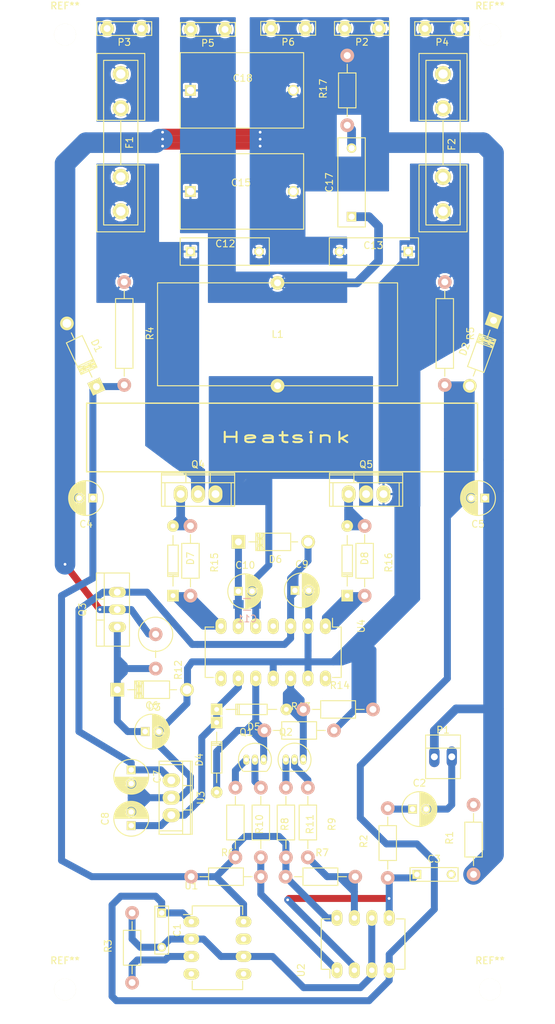
<source format=kicad_pcb>
(kicad_pcb (version 4) (host pcbnew 4.0.2-stable)
  (layers (0 F.Cu signal) (31 B.Cu signal) (34 B.Paste user) (35 F.Paste user) (36 B.SilkS user) (37 F.SilkS user) (38 B.Mask user) (39 F.Mask user) (44 Edge.Cuts user))
  (net 0 "")
  (net 1 -5V)
  (net 2 triangle)
  (net 3 "Net-(C2-Pad1)")
  (net 4 "Net-(C2-Pad2)")
  (net 5 "Net-(C3-Pad1)")
  (net 6 GND)
  (net 7 +5V)
  (net 8 "Net-(C6-Pad1)")
  (net 9 -30V)
  (net 10 +12V)
  (net 11 +5V_2)
  (net 12 "Net-(C10-Pad1)")
  (net 13 "Net-(C10-Pad2)")
  (net 14 +30V)
  (net 15 "Net-(C15-Pad1)")
  (net 16 "Net-(C17-Pad2)")
  (net 17 "Net-(D4-Pad2)")
  (net 18 "Net-(D5-Pad2)")
  (net 19 "Net-(D7-Pad2)")
  (net 20 "Net-(D7-Pad1)")
  (net 21 "Net-(D8-Pad2)")
  (net 22 "Net-(D8-Pad1)")
  (net 23 "Net-(F1-Pad1)")
  (net 24 "Net-(F2-Pad1)")
  (net 25 "Net-(Q1-Pad2)")
  (net 26 "Net-(Q2-Pad2)")
  (net 27 "Net-(Q2-Pad1)")
  (net 28 "Net-(R3-Pad1)")
  (net 29 "Net-(R6-Pad2)")
  (net 30 "Net-(R7-Pad2)")
  (net 31 "Net-(U1-Pad4)")
  (net 32 "Net-(U1-Pad5)")
  (net 33 "Net-(U1-Pad7)")
  (net 34 "Net-(Q1-Pad1)")
  (module TO_SOT_Packages_THT:TO-92_Inline_Narrow_Oval (layer F.Cu) (at 112.27308 125.51664)
    (fp_text reference Q1 (at 0 -4) (layer F.SilkS))
    (fp_text value 2N5401)
    (pad 2 thru_hole oval (at 1.27 0 180) (size 0.89916 1.50114) (drill 0.6) (layers *.Cu *.Mask F.SilkS) (net 25 "Net-(Q1-Pad2)"))
    (pad 3 thru_hole oval (at 2.54 0 180) (size 0.89916 1.50114) (drill 0.6) (layers *.Cu *.Mask F.SilkS) (net 17 "Net-(D4-Pad2)"))
    (pad 1 thru_hole oval (at 0 0 180) (size 0.89916 1.50114) (drill 0.6) (layers *.Cu *.Mask F.SilkS) (net 34 "Net-(Q1-Pad1)"))
  )
  (module .pretty:Inductor_T106-2 (layer F.Cu) (at 116.84 63.5)
    (fp_text reference L1 (at 0 0) (layer F.SilkS))
    (fp_text value 22uH)
    (pad 1 thru_hole circle (at 0 7.5) (size 2 2) (drill 1) (layers *.Cu *.Mask F.SilkS) (net 13 "Net-(C10-Pad2)"))
    (pad 2 thru_hole circle (at 0 -7.5) (size 2 2) (drill 1) (layers *.Cu *.Mask F.SilkS) (net 15 "Net-(C15-Pad1)"))
  )
  (module Resistors_ThroughHole:Resistor_Horizontal_RM10mm (layer F.Cu) (at 132.9055 142.748 90)
    (fp_text reference R2 (at 5.32892 -3.50012 90) (layer F.SilkS))
    (fp_text value 2k2)
    (pad 1 thru_hole circle (at 0 0 90) (size 1.99898 1.99898) (drill 1.00076) (layers *.Cu *.SilkS *.Mask) (net 5 "Net-(C3-Pad1)"))
    (pad 2 thru_hole circle (at 10.16 0 90) (size 1.99898 1.99898) (drill 1.00076) (layers *.Cu *.SilkS *.Mask) (net 3 "Net-(C2-Pad1)"))
  )
  (module Housings_DIP:DIP-14_W7.62mm_LongPads (layer F.Cu) (at 123.825 106.045 270)
    (fp_text reference U4 (at 0 -5.22 270) (layer F.SilkS))
    (fp_text value IR2110)
    (pad 1 thru_hole oval (at 0 0 270) (size 2.3 1.6) (drill 0.8) (layers *.Cu *.Mask F.SilkS) (net 22 "Net-(D8-Pad1)"))
    (pad 2 thru_hole oval (at 0 2.54 270) (size 2.3 1.6) (drill 0.8) (layers *.Cu *.Mask F.SilkS) (net 9 -30V))
    (pad 3 thru_hole oval (at 0 5.08 270) (size 2.3 1.6) (drill 0.8) (layers *.Cu *.Mask F.SilkS) (net 10 +12V))
    (pad 4 thru_hole oval (at 0 7.62 270) (size 2.3 1.6) (drill 0.8) (layers *.Cu *.Mask F.SilkS))
    (pad 5 thru_hole oval (at 0 10.16 270) (size 2.3 1.6) (drill 0.8) (layers *.Cu *.Mask F.SilkS) (net 13 "Net-(C10-Pad2)"))
    (pad 6 thru_hole oval (at 0 12.7 270) (size 2.3 1.6) (drill 0.8) (layers *.Cu *.Mask F.SilkS) (net 12 "Net-(C10-Pad1)"))
    (pad 7 thru_hole oval (at 0 15.24 270) (size 2.3 1.6) (drill 0.8) (layers *.Cu *.Mask F.SilkS) (net 20 "Net-(D7-Pad1)"))
    (pad 8 thru_hole oval (at 7.62 15.24 270) (size 2.3 1.6) (drill 0.8) (layers *.Cu *.Mask F.SilkS))
    (pad 9 thru_hole oval (at 7.62 12.7 270) (size 2.3 1.6) (drill 0.8) (layers *.Cu *.Mask F.SilkS) (net 11 +5V_2))
    (pad 10 thru_hole oval (at 7.62 10.16 270) (size 2.3 1.6) (drill 0.8) (layers *.Cu *.Mask F.SilkS) (net 17 "Net-(D4-Pad2)"))
    (pad 11 thru_hole oval (at 7.62 7.62 270) (size 2.3 1.6) (drill 0.8) (layers *.Cu *.Mask F.SilkS) (net 9 -30V))
    (pad 12 thru_hole oval (at 7.62 5.08 270) (size 2.3 1.6) (drill 0.8) (layers *.Cu *.Mask F.SilkS) (net 18 "Net-(D5-Pad2)"))
    (pad 13 thru_hole oval (at 7.62 2.54 270) (size 2.3 1.6) (drill 0.8) (layers *.Cu *.Mask F.SilkS) (net 9 -30V))
    (pad 14 thru_hole oval (at 7.62 0 270) (size 2.3 1.6) (drill 0.8) (layers *.Cu *.Mask F.SilkS))
  )
  (module Power_Integrations:TO-220 (layer F.Cu) (at 101.346 131.064 270)
    (fp_text reference U3 (at 0 -4.318 270) (layer F.SilkS))
    (fp_text value LM7805CT)
    (pad 2 thru_hole oval (at 0 0 270) (size 2.032 2.54) (drill 1.143) (layers *.Cu *.Mask F.SilkS) (net 9 -30V))
    (pad 3 thru_hole oval (at 2.54 0 270) (size 2.032 2.54) (drill 1.143) (layers *.Cu *.Mask F.SilkS) (net 11 +5V_2))
    (pad 1 thru_hole oval (at -2.54 0 270) (size 2.032 2.54) (drill 1.143) (layers *.Cu *.Mask F.SilkS) (net 10 +12V))
  )
  (module Housings_DIP:DIP-8_W7.62mm_LongPads (layer F.Cu) (at 125.5014 156.21 90)
    (fp_text reference U2 (at 0 -5.22 90) (layer F.SilkS))
    (fp_text value LM393)
    (pad 1 thru_hole oval (at 0 0 90) (size 2.3 1.6) (drill 0.8) (layers *.Cu *.Mask F.SilkS) (net 29 "Net-(R6-Pad2)"))
    (pad 2 thru_hole oval (at 0 2.54 90) (size 2.3 1.6) (drill 0.8) (layers *.Cu *.Mask F.SilkS) (net 5 "Net-(C3-Pad1)"))
    (pad 3 thru_hole oval (at 0 5.08 90) (size 2.3 1.6) (drill 0.8) (layers *.Cu *.Mask F.SilkS) (net 2 triangle))
    (pad 4 thru_hole oval (at 0 7.62 90) (size 2.3 1.6) (drill 0.8) (layers *.Cu *.Mask F.SilkS) (net 1 -5V))
    (pad 5 thru_hole oval (at 7.62 7.62 90) (size 2.3 1.6) (drill 0.8) (layers *.Cu *.Mask F.SilkS) (net 5 "Net-(C3-Pad1)"))
    (pad 6 thru_hole oval (at 7.62 5.08 90) (size 2.3 1.6) (drill 0.8) (layers *.Cu *.Mask F.SilkS) (net 2 triangle))
    (pad 7 thru_hole oval (at 7.62 2.54 90) (size 2.3 1.6) (drill 0.8) (layers *.Cu *.Mask F.SilkS) (net 30 "Net-(R7-Pad2)"))
    (pad 8 thru_hole oval (at 7.62 0 90) (size 2.3 1.6) (drill 0.8) (layers *.Cu *.Mask F.SilkS) (net 7 +5V))
  )
  (module Housings_DIP:DIP-8_W7.62mm_LongPads (layer F.Cu) (at 104.267 149.1234)
    (fp_text reference U1 (at 0 -5.22) (layer F.SilkS))
    (fp_text value LM555CN)
    (pad 1 thru_hole oval (at 0 0) (size 2.3 1.6) (drill 0.8) (layers *.Cu *.Mask F.SilkS) (net 1 -5V))
    (pad 2 thru_hole oval (at 0 2.54) (size 2.3 1.6) (drill 0.8) (layers *.Cu *.Mask F.SilkS) (net 2 triangle))
    (pad 3 thru_hole oval (at 0 5.08) (size 2.3 1.6) (drill 0.8) (layers *.Cu *.Mask F.SilkS) (net 28 "Net-(R3-Pad1)"))
    (pad 4 thru_hole oval (at 0 7.62) (size 2.3 1.6) (drill 0.8) (layers *.Cu *.Mask F.SilkS) (net 31 "Net-(U1-Pad4)"))
    (pad 5 thru_hole oval (at 7.62 7.62) (size 2.3 1.6) (drill 0.8) (layers *.Cu *.Mask F.SilkS) (net 32 "Net-(U1-Pad5)"))
    (pad 6 thru_hole oval (at 7.62 5.08) (size 2.3 1.6) (drill 0.8) (layers *.Cu *.Mask F.SilkS) (net 2 triangle))
    (pad 7 thru_hole oval (at 7.62 2.54) (size 2.3 1.6) (drill 0.8) (layers *.Cu *.Mask F.SilkS) (net 33 "Net-(U1-Pad7)"))
    (pad 8 thru_hole oval (at 7.62 0) (size 2.3 1.6) (drill 0.8) (layers *.Cu *.Mask F.SilkS) (net 7 +5V))
  )
  (module Resistors_ThroughHole:Resistor_Horizontal_RM10mm (layer F.Cu) (at 127 33.02 90)
    (fp_text reference R17 (at 5.32892 -3.50012 90) (layer F.SilkS))
    (fp_text value 10)
    (pad 1 thru_hole circle (at 0 0 90) (size 1.99898 1.99898) (drill 1.00076) (layers *.Cu *.SilkS *.Mask) (net 16 "Net-(C17-Pad2)"))
    (pad 2 thru_hole circle (at 10.16 0 90) (size 1.99898 1.99898) (drill 1.00076) (layers *.Cu *.SilkS *.Mask) (net 6 GND))
  )
  (module Resistors_ThroughHole:Resistor_Horizontal_RM10mm (layer F.Cu) (at 129.54 91.44 270)
    (fp_text reference R16 (at 5.32892 -3.50012 270) (layer F.SilkS))
    (fp_text value 10)
    (pad 1 thru_hole circle (at 0 0 270) (size 1.99898 1.99898) (drill 1.00076) (layers *.Cu *.SilkS *.Mask) (net 21 "Net-(D8-Pad2)"))
    (pad 2 thru_hole circle (at 10.16 0 270) (size 1.99898 1.99898) (drill 1.00076) (layers *.Cu *.SilkS *.Mask) (net 22 "Net-(D8-Pad1)"))
  )
  (module Resistors_ThroughHole:Resistor_Horizontal_RM10mm (layer F.Cu) (at 104.14 91.44 270)
    (fp_text reference R15 (at 5.32892 -3.50012 270) (layer F.SilkS))
    (fp_text value 10)
    (pad 1 thru_hole circle (at 0 0 270) (size 1.99898 1.99898) (drill 1.00076) (layers *.Cu *.SilkS *.Mask) (net 19 "Net-(D7-Pad2)"))
    (pad 2 thru_hole circle (at 10.16 0 270) (size 1.99898 1.99898) (drill 1.00076) (layers *.Cu *.SilkS *.Mask) (net 20 "Net-(D7-Pad1)"))
  )
  (module Resistors_ThroughHole:Resistor_Horizontal_RM10mm (layer F.Cu) (at 120.58904 118.1862)
    (fp_text reference R14 (at 5.32892 -3.50012) (layer F.SilkS))
    (fp_text value 6.8k)
    (pad 1 thru_hole circle (at 0 0) (size 1.99898 1.99898) (drill 1.00076) (layers *.Cu *.SilkS *.Mask) (net 18 "Net-(D5-Pad2)"))
    (pad 2 thru_hole circle (at 10.16 0) (size 1.99898 1.99898) (drill 1.00076) (layers *.Cu *.SilkS *.Mask) (net 9 -30V))
  )
  (module Resistors_ThroughHole:Resistor_Horizontal_RM10mm (layer F.Cu) (at 114.9096 121.24944)
    (fp_text reference R13 (at 5.32892 -3.50012) (layer F.SilkS))
    (fp_text value 6.8k)
    (pad 1 thru_hole circle (at 0 0) (size 1.99898 1.99898) (drill 1.00076) (layers *.Cu *.SilkS *.Mask) (net 17 "Net-(D4-Pad2)"))
    (pad 2 thru_hole circle (at 10.16 0) (size 1.99898 1.99898) (drill 1.00076) (layers *.Cu *.SilkS *.Mask) (net 9 -30V))
  )
  (module Resistors_ThroughHole:Resistor_Horizontal_RM10mm (layer F.Cu) (at 118.0592 129.5908 270)
    (fp_text reference R11 (at 5.32892 -3.50012 270) (layer F.SilkS))
    (fp_text value 10k)
    (pad 1 thru_hole circle (at 0 0 270) (size 1.99898 1.99898) (drill 1.00076) (layers *.Cu *.SilkS *.Mask) (net 27 "Net-(Q2-Pad1)"))
    (pad 2 thru_hole circle (at 10.16 0 270) (size 1.99898 1.99898) (drill 1.00076) (layers *.Cu *.SilkS *.Mask) (net 7 +5V))
  )
  (module Resistors_ThroughHole:Resistor_Horizontal_RM10mm (layer F.Cu) (at 110.6932 129.5908 270)
    (fp_text reference R10 (at 5.32892 -3.50012 270) (layer F.SilkS))
    (fp_text value 10k)
    (pad 1 thru_hole circle (at 0 0 270) (size 1.99898 1.99898) (drill 1.00076) (layers *.Cu *.SilkS *.Mask) (net 34 "Net-(Q1-Pad1)"))
    (pad 2 thru_hole circle (at 10.16 0 270) (size 1.99898 1.99898) (drill 1.00076) (layers *.Cu *.SilkS *.Mask) (net 7 +5V))
  )
  (module Resistors_ThroughHole:Resistor_Horizontal_RM10mm (layer F.Cu) (at 121.2596 129.5908 270)
    (fp_text reference R9 (at 5.32892 -3.50012 270) (layer F.SilkS))
    (fp_text value 1k)
    (pad 1 thru_hole circle (at 0 0 270) (size 1.99898 1.99898) (drill 1.00076) (layers *.Cu *.SilkS *.Mask) (net 26 "Net-(Q2-Pad2)"))
    (pad 2 thru_hole circle (at 10.16 0 270) (size 1.99898 1.99898) (drill 1.00076) (layers *.Cu *.SilkS *.Mask) (net 30 "Net-(R7-Pad2)"))
  )
  (module Resistors_ThroughHole:Resistor_Horizontal_RM10mm (layer F.Cu) (at 114.4016 129.5908 270)
    (fp_text reference R8 (at 5.32892 -3.50012 270) (layer F.SilkS))
    (fp_text value 1k)
    (pad 1 thru_hole circle (at 0 0 270) (size 1.99898 1.99898) (drill 1.00076) (layers *.Cu *.SilkS *.Mask) (net 25 "Net-(Q1-Pad2)"))
    (pad 2 thru_hole circle (at 10.16 0 270) (size 1.99898 1.99898) (drill 1.00076) (layers *.Cu *.SilkS *.Mask) (net 29 "Net-(R6-Pad2)"))
  )
  (module Resistors_ThroughHole:Resistor_Horizontal_RM10mm (layer F.Cu) (at 118.0084 142.5702)
    (fp_text reference R7 (at 5.32892 -3.50012) (layer F.SilkS))
    (fp_text value 1k)
    (pad 1 thru_hole circle (at 0 0) (size 1.99898 1.99898) (drill 1.00076) (layers *.Cu *.SilkS *.Mask) (net 7 +5V))
    (pad 2 thru_hole circle (at 10.16 0) (size 1.99898 1.99898) (drill 1.00076) (layers *.Cu *.SilkS *.Mask) (net 30 "Net-(R7-Pad2)"))
  )
  (module Resistors_ThroughHole:Resistor_Horizontal_RM10mm (layer F.Cu) (at 104.2416 142.5702)
    (fp_text reference R6 (at 5.32892 -3.50012) (layer F.SilkS))
    (fp_text value 1k)
    (pad 1 thru_hole circle (at 0 0) (size 1.99898 1.99898) (drill 1.00076) (layers *.Cu *.SilkS *.Mask) (net 7 +5V))
    (pad 2 thru_hole circle (at 10.16 0) (size 1.99898 1.99898) (drill 1.00076) (layers *.Cu *.SilkS *.Mask) (net 29 "Net-(R6-Pad2)"))
  )
  (module Resistors_ThroughHole:Resistor_Horizontal_RM15mm (layer F.Cu) (at 141.224 55.88 270)
    (fp_text reference R5 (at 7.5 -3.74904 270) (layer F.SilkS))
    (fp_text value 1K2W)
    (pad 1 thru_hole circle (at 0 0 270) (size 1.99898 1.99898) (drill 1.00076) (layers *.Cu *.SilkS *.Mask) (net 9 -30V))
    (pad 2 thru_hole circle (at 15 0 270) (size 1.99898 1.99898) (drill 1.00076) (layers *.Cu *.SilkS *.Mask) (net 1 -5V))
  )
  (module Resistors_ThroughHole:Resistor_Horizontal_RM15mm (layer F.Cu) (at 94.488 55.88 270)
    (fp_text reference R4 (at 7.5 -3.74904 270) (layer F.SilkS))
    (fp_text value 1K2W)
    (pad 1 thru_hole circle (at 0 0 270) (size 1.99898 1.99898) (drill 1.00076) (layers *.Cu *.SilkS *.Mask) (net 14 +30V))
    (pad 2 thru_hole circle (at 15 0 270) (size 1.99898 1.99898) (drill 1.00076) (layers *.Cu *.SilkS *.Mask) (net 7 +5V))
  )
  (module Resistors_ThroughHole:Resistor_Horizontal_RM10mm (layer F.Cu) (at 95.631 158.0134 90)
    (fp_text reference R3 (at 5.32892 -3.50012 90) (layer F.SilkS))
    (fp_text value 3.3k)
    (pad 1 thru_hole circle (at 0 0 90) (size 1.99898 1.99898) (drill 1.00076) (layers *.Cu *.SilkS *.Mask) (net 28 "Net-(R3-Pad1)"))
    (pad 2 thru_hole circle (at 10.16 0 90) (size 1.99898 1.99898) (drill 1.00076) (layers *.Cu *.SilkS *.Mask) (net 2 triangle))
  )
  (module Resistors_ThroughHole:Resistor_Horizontal_RM10mm (layer F.Cu) (at 145.415 142.24 90)
    (fp_text reference R1 (at 5.32892 -3.50012 90) (layer F.SilkS))
    (fp_text value 330k)
    (pad 1 thru_hole circle (at 0 0 90) (size 1.99898 1.99898) (drill 1.00076) (layers *.Cu *.SilkS *.Mask) (net 6 GND))
    (pad 2 thru_hole circle (at 10.16 0 90) (size 1.99898 1.99898) (drill 1.00076) (layers *.Cu *.SilkS *.Mask) (net 4 "Net-(C2-Pad2)"))
  )
  (module Power_Integrations:TO-220 (layer F.Cu) (at 129.75 86.79)
    (fp_text reference Q5 (at 0 -4.318) (layer F.SilkS))
    (fp_text value IRF540N)
    (pad 2 thru_hole oval (at 0 0) (size 2.032 2.54) (drill 1.143) (layers *.Cu *.Mask F.SilkS) (net 13 "Net-(C10-Pad2)"))
    (pad 3 thru_hole oval (at 2.54 0) (size 2.032 2.54) (drill 1.143) (layers *.Cu *.Mask F.SilkS) (net 9 -30V))
    (pad 1 thru_hole oval (at -2.54 0) (size 2.032 2.54) (drill 1.143) (layers *.Cu *.Mask F.SilkS) (net 21 "Net-(D8-Pad2)"))
  )
  (module Power_Integrations:TO-220 (layer F.Cu) (at 105.25 86.79)
    (fp_text reference Q4 (at 0 -4.318) (layer F.SilkS))
    (fp_text value IRF540N)
    (pad 2 thru_hole oval (at 0 0) (size 2.032 2.54) (drill 1.143) (layers *.Cu *.Mask F.SilkS) (net 14 +30V))
    (pad 3 thru_hole oval (at 2.54 0) (size 2.032 2.54) (drill 1.143) (layers *.Cu *.Mask F.SilkS) (net 13 "Net-(C10-Pad2)"))
    (pad 1 thru_hole oval (at -2.54 0) (size 2.032 2.54) (drill 1.143) (layers *.Cu *.Mask F.SilkS) (net 19 "Net-(D7-Pad2)"))
  )
  (module TO_SOT_Packages_THT:TO-220_Neutral123_Vertical (layer F.Cu) (at 93.472 103.632 90)
    (fp_text reference Q3 (at 0 -5.08 90) (layer F.SilkS))
    (fp_text value BC241C)
    (pad 2 thru_hole oval (at 0 0 180) (size 2.49936 1.50114) (drill 1.00076) (layers *.Cu *.Mask F.SilkS) (net 6 GND))
    (pad 1 thru_hole oval (at -2.54 0 180) (size 2.49936 1.50114) (drill 1.00076) (layers *.Cu *.Mask F.SilkS) (net 8 "Net-(C6-Pad1)"))
    (pad 3 thru_hole oval (at 2.54 0 180) (size 2.49936 1.50114) (drill 1.00076) (layers *.Cu *.Mask F.SilkS) (net 10 +12V))
  )
  (module TO_SOT_Packages_THT:TO-92_Inline_Narrow_Oval (layer F.Cu) (at 118.04904 125.5014)
    (fp_text reference Q2 (at 0 -4) (layer F.SilkS))
    (fp_text value 2N5401)
    (pad 2 thru_hole oval (at 1.27 0 180) (size 0.89916 1.50114) (drill 0.6) (layers *.Cu *.Mask F.SilkS) (net 26 "Net-(Q2-Pad2)"))
    (pad 3 thru_hole oval (at 2.54 0 180) (size 0.89916 1.50114) (drill 0.6) (layers *.Cu *.Mask F.SilkS) (net 18 "Net-(D5-Pad2)"))
    (pad 1 thru_hole oval (at 0 0 180) (size 0.89916 1.50114) (drill 0.6) (layers *.Cu *.Mask F.SilkS) (net 27 "Net-(Q2-Pad1)"))
  )
  (module .pretty:Blade_Conn (layer F.Cu) (at 118.3894 18.8976)
    (fp_text reference P6 (at 0 2) (layer F.SilkS))
    (fp_text value GND)
    (pad 1 thru_hole circle (at -2.5 0) (size 2 2) (drill 1) (layers *.Cu *.Mask F.SilkS) (net 6 GND))
    (pad 1 thru_hole circle (at 2.5 0) (size 2 2) (drill 1) (layers *.Cu *.Mask F.SilkS) (net 6 GND))
  )
  (module .pretty:Blade_Conn (layer F.Cu) (at 106.68 19.05)
    (fp_text reference P5 (at 0 2) (layer F.SilkS))
    (fp_text value OUT)
    (pad 1 thru_hole circle (at -2.5 0) (size 2 2) (drill 1) (layers *.Cu *.Mask F.SilkS) (net 15 "Net-(C15-Pad1)"))
    (pad 1 thru_hole circle (at 2.5 0) (size 2 2) (drill 1) (layers *.Cu *.Mask F.SilkS) (net 15 "Net-(C15-Pad1)"))
  )
  (module .pretty:Blade_Conn (layer F.Cu) (at 140.843 18.923)
    (fp_text reference P4 (at 0 2) (layer F.SilkS))
    (fp_text value -30)
    (pad 1 thru_hole circle (at -2.5 0) (size 2 2) (drill 1) (layers *.Cu *.Mask F.SilkS) (net 24 "Net-(F2-Pad1)"))
    (pad 1 thru_hole circle (at 2.5 0) (size 2 2) (drill 1) (layers *.Cu *.Mask F.SilkS) (net 24 "Net-(F2-Pad1)"))
  )
  (module .pretty:Blade_Conn (layer F.Cu) (at 94.488 18.923)
    (fp_text reference P3 (at 0 2) (layer F.SilkS))
    (fp_text value +30)
    (pad 1 thru_hole circle (at -2.5 0) (size 2 2) (drill 1) (layers *.Cu *.Mask F.SilkS) (net 23 "Net-(F1-Pad1)"))
    (pad 1 thru_hole circle (at 2.5 0) (size 2 2) (drill 1) (layers *.Cu *.Mask F.SilkS) (net 23 "Net-(F1-Pad1)"))
  )
  (module .pretty:Blade_Conn (layer F.Cu) (at 129.143 18.903)
    (fp_text reference P2 (at 0 2) (layer F.SilkS))
    (fp_text value GND)
    (pad 1 thru_hole circle (at -2.5 0) (size 2 2) (drill 1) (layers *.Cu *.Mask F.SilkS) (net 6 GND))
    (pad 1 thru_hole circle (at 2.5 0) (size 2 2) (drill 1) (layers *.Cu *.Mask F.SilkS) (net 6 GND))
  )
  (module Connect:PINHEAD1-2 (layer F.Cu) (at 140.97 125.095)
    (fp_text reference P1 (at 0 -3.9) (layer F.SilkS))
    (fp_text value Input)
    (pad 1 thru_hole oval (at -1.27 0) (size 1.50622 3.01498) (drill 0.99822) (layers *.Cu *.Mask) (net 6 GND))
    (pad 2 thru_hole oval (at 1.27 0) (size 1.50622 3.01498) (drill 0.99822) (layers *.Cu *.Mask) (net 4 "Net-(C2-Pad2)"))
  )
  (module Fuse_Holders_and_Fuses:Fuseholder5x20_horiz_open_inline_Type-I (layer F.Cu) (at 140.97 35.56 270)
    (fp_text reference F2 (at 0.254 -1.27 270) (layer F.SilkS))
    (fp_text value 6A)
    (pad 2 thru_hole circle (at 5.00126 0 270) (size 2.3495 2.3495) (drill 1.34874) (layers *.Cu *.Mask F.SilkS) (net 9 -30V))
    (pad 2 thru_hole circle (at 9.99998 0 270) (size 2.3495 2.3495) (drill 1.34874) (layers *.Cu *.Mask F.SilkS) (net 9 -30V))
    (pad 1 thru_hole circle (at -5.00126 0 270) (size 2.3495 2.3495) (drill 1.34874) (layers *.Cu *.Mask F.SilkS) (net 24 "Net-(F2-Pad1)"))
    (pad 1 thru_hole circle (at -9.99998 0 270) (size 2.3495 2.3495) (drill 1.34874) (layers *.Cu *.Mask F.SilkS) (net 24 "Net-(F2-Pad1)"))
  )
  (module Fuse_Holders_and_Fuses:Fuseholder5x20_horiz_open_inline_Type-I (layer F.Cu) (at 93.98 35.56 270)
    (fp_text reference F1 (at 0 -1.27 270) (layer F.SilkS))
    (fp_text value 6A)
    (pad 2 thru_hole circle (at 5.00126 0 270) (size 2.3495 2.3495) (drill 1.34874) (layers *.Cu *.Mask F.SilkS) (net 14 +30V))
    (pad 2 thru_hole circle (at 9.99998 0 270) (size 2.3495 2.3495) (drill 1.34874) (layers *.Cu *.Mask F.SilkS) (net 14 +30V))
    (pad 1 thru_hole circle (at -5.00126 0 270) (size 2.3495 2.3495) (drill 1.34874) (layers *.Cu *.Mask F.SilkS) (net 23 "Net-(F1-Pad1)"))
    (pad 1 thru_hole circle (at -9.99998 0 270) (size 2.3495 2.3495) (drill 1.34874) (layers *.Cu *.Mask F.SilkS) (net 23 "Net-(F1-Pad1)"))
  )
  (module Diodes_ThroughHole:Diode_DO-35_SOD27_Horizontal_RM10 (layer F.Cu) (at 127 101.6 90)
    (fp_text reference D8 (at 5.43052 2.53746 90) (layer F.SilkS))
    (fp_text value 1N4148)
    (pad 2 thru_hole circle (at 10.16052 -0.00254 270) (size 1.69926 1.69926) (drill 0.70104) (layers *.Cu *.Mask F.SilkS) (net 21 "Net-(D8-Pad2)"))
    (pad 1 thru_hole rect (at 0.00052 -0.00254 270) (size 1.69926 1.69926) (drill 0.70104) (layers *.Cu *.Mask F.SilkS) (net 22 "Net-(D8-Pad1)"))
  )
  (module Diodes_ThroughHole:Diode_DO-35_SOD27_Horizontal_RM10 (layer F.Cu) (at 101.6 101.6 90)
    (fp_text reference D7 (at 5.43052 2.53746 90) (layer F.SilkS))
    (fp_text value 1N4148)
    (pad 2 thru_hole circle (at 10.16052 -0.00254 270) (size 1.69926 1.69926) (drill 0.70104) (layers *.Cu *.Mask F.SilkS) (net 19 "Net-(D7-Pad2)"))
    (pad 1 thru_hole rect (at 0.00052 -0.00254 270) (size 1.69926 1.69926) (drill 0.70104) (layers *.Cu *.Mask F.SilkS) (net 20 "Net-(D7-Pad1)"))
  )
  (module Diodes_ThroughHole:Diode_DO-41_SOD81_Horizontal_RM10 (layer F.Cu) (at 111.1377 93.7641)
    (fp_text reference D6 (at 5.38734 2.53746) (layer F.SilkS))
    (fp_text value MUR120)
    (pad 2 thru_hole circle (at 10.16 -0.00254 180) (size 1.99898 1.99898) (drill 1.27) (layers *.Cu *.Mask F.SilkS) (net 10 +12V))
    (pad 1 thru_hole rect (at 0 -0.00254 180) (size 1.99898 1.99898) (drill 1.00076) (layers *.Cu *.Mask F.SilkS) (net 12 "Net-(C10-Pad1)"))
  )
  (module Diodes_ThroughHole:Diode_DO-35_SOD27_Horizontal_RM10 (layer F.Cu) (at 107.96016 118.1862)
    (fp_text reference D5 (at 5.43052 2.53746) (layer F.SilkS))
    (fp_text value 1N4148)
    (pad 2 thru_hole circle (at 10.16052 -0.00254 180) (size 1.69926 1.69926) (drill 0.70104) (layers *.Cu *.Mask F.SilkS) (net 18 "Net-(D5-Pad2)"))
    (pad 1 thru_hole rect (at 0.00052 -0.00254 180) (size 1.69926 1.69926) (drill 0.70104) (layers *.Cu *.Mask F.SilkS) (net 11 +5V_2))
  )
  (module Diodes_ThroughHole:Diode_DO-35_SOD27_Horizontal_RM10 (layer F.Cu) (at 107.96016 120.09882 270)
    (fp_text reference D4 (at 5.43052 2.53746 270) (layer F.SilkS))
    (fp_text value 1N4148)
    (pad 2 thru_hole circle (at 10.16052 -0.00254 90) (size 1.69926 1.69926) (drill 0.70104) (layers *.Cu *.Mask F.SilkS) (net 17 "Net-(D4-Pad2)"))
    (pad 1 thru_hole rect (at 0.00052 -0.00254 90) (size 1.69926 1.69926) (drill 0.70104) (layers *.Cu *.Mask F.SilkS) (net 11 +5V_2))
  )
  (module Diodes_ThroughHole:Diode_DO-41_SOD81_Horizontal_RM10 (layer F.Cu) (at 93.472 115.316)
    (fp_text reference D3 (at 5.38734 2.53746) (layer F.SilkS))
    (fp_text value 12V)
    (pad 2 thru_hole circle (at 10.16 -0.00254 180) (size 1.99898 1.99898) (drill 1.27) (layers *.Cu *.Mask F.SilkS) (net 9 -30V))
    (pad 1 thru_hole rect (at 0 -0.00254 180) (size 1.99898 1.99898) (drill 1.00076) (layers *.Cu *.Mask F.SilkS) (net 8 "Net-(C6-Pad1)"))
  )
  (module Diodes_ThroughHole:Diode_DO-41_SOD81_Horizontal_RM10 (layer F.Cu) (at 148.336 61.468 250)
    (fp_text reference D2 (at 5.38734 2.53746 250) (layer F.SilkS))
    (fp_text value 5V1)
    (pad 2 thru_hole circle (at 10.16 -0.00254 70) (size 1.99898 1.99898) (drill 1.27) (layers *.Cu *.Mask F.SilkS) (net 1 -5V))
    (pad 1 thru_hole rect (at 0 -0.00254 70) (size 1.99898 1.99898) (drill 1.00076) (layers *.Cu *.Mask F.SilkS) (net 6 GND))
  )
  (module Diodes_ThroughHole:Diode_DO-41_SOD81_Horizontal_RM10 (layer F.Cu) (at 90.424 71.12 115)
    (fp_text reference D1 (at 5.38734 2.53746 115) (layer F.SilkS))
    (fp_text value 5V1)
    (pad 2 thru_hole circle (at 10.16 -0.00254 295) (size 1.99898 1.99898) (drill 1.27) (layers *.Cu *.Mask F.SilkS) (net 6 GND))
    (pad 1 thru_hole rect (at 0 -0.00254 295) (size 1.99898 1.99898) (drill 1.00076) (layers *.Cu *.Mask F.SilkS) (net 7 +5V))
  )
  (module Capacitors_ThroughHole:C_Rect_L18_W11_H19_P15 (layer F.Cu) (at 104.14 27.94)
    (fp_text reference C18 (at 7.62 -1.778) (layer F.SilkS))
    (fp_text value 470nF)
    (pad 1 thru_hole rect (at 0 0) (size 1.6 1.6) (drill 1.1) (layers *.Cu *.Mask F.SilkS) (net 15 "Net-(C15-Pad1)"))
    (pad 2 thru_hole circle (at 15 0) (size 1.6 1.6) (drill 1.1) (layers *.Cu *.Mask F.SilkS) (net 6 GND))
  )
  (module Capacitors_ThroughHole:C_Rect_L13_W4_P10 (layer F.Cu) (at 127.635 46.355 90)
    (fp_text reference C17 (at 5 -3.25 90) (layer F.SilkS))
    (fp_text value 220n)
    (pad 1 thru_hole rect (at 0 0 90) (size 1.4 1.4) (drill 0.9) (layers *.Cu *.Mask F.SilkS) (net 15 "Net-(C15-Pad1)"))
    (pad 2 thru_hole circle (at 10 0 90) (size 1.4 1.4) (drill 0.9) (layers *.Cu *.Mask F.SilkS) (net 16 "Net-(C17-Pad2)"))
  )
  (module Capacitors_ThroughHole:C_Rect_L18_W11_H19_P15 (layer F.Cu) (at 104.14 42.672)
    (fp_text reference C15 (at 7.366 -1.27) (layer F.SilkS))
    (fp_text value 470nF)
    (pad 1 thru_hole rect (at 0 0) (size 1.6 1.6) (drill 1.1) (layers *.Cu *.Mask F.SilkS) (net 15 "Net-(C15-Pad1)"))
    (pad 2 thru_hole circle (at 15 0) (size 1.6 1.6) (drill 1.1) (layers *.Cu *.Mask F.SilkS) (net 6 GND))
  )
  (module Capacitors_ThroughHole:C_Rect_L13_W4_P10 (layer F.Cu) (at 135.89 51.435 180)
    (fp_text reference C13 (at 5.08 0.889 180) (layer F.SilkS))
    (fp_text value 220n)
    (pad 1 thru_hole rect (at 0 0 180) (size 1.4 1.4) (drill 0.9) (layers *.Cu *.Mask F.SilkS) (net 9 -30V))
    (pad 2 thru_hole circle (at 10 0 180) (size 1.4 1.4) (drill 0.9) (layers *.Cu *.Mask F.SilkS) (net 6 GND))
  )
  (module Capacitors_ThroughHole:C_Rect_L13_W4_P10 (layer F.Cu) (at 104.14 51.435)
    (fp_text reference C12 (at 5.08 -1.143) (layer F.SilkS))
    (fp_text value 220n)
    (pad 1 thru_hole rect (at 0 0) (size 1.4 1.4) (drill 0.9) (layers *.Cu *.Mask F.SilkS) (net 14 +30V))
    (pad 2 thru_hole circle (at 10 0) (size 1.4 1.4) (drill 0.9) (layers *.Cu *.Mask F.SilkS) (net 6 GND))
  )
  (module Capacitors_ThroughHole:C_Radial_D5_L11_P2 (layer F.Cu) (at 111.125 100.965)
    (fp_text reference C10 (at 1 -3.8) (layer F.SilkS))
    (fp_text value 22uF)
    (pad 1 thru_hole rect (at 0 0) (size 1.3 1.3) (drill 0.8) (layers *.Cu *.Mask F.SilkS) (net 12 "Net-(C10-Pad1)"))
    (pad 2 thru_hole circle (at 2 0) (size 1.3 1.3) (drill 0.8) (layers *.Cu *.Mask F.SilkS) (net 13 "Net-(C10-Pad2)"))
  )
  (module Capacitors_ThroughHole:C_Radial_D5_L11_P2 (layer F.Cu) (at 119.38 100.838)
    (fp_text reference C9 (at 1 -3.8) (layer F.SilkS))
    (fp_text value 47uF)
    (pad 1 thru_hole rect (at 0 0) (size 1.3 1.3) (drill 0.8) (layers *.Cu *.Mask F.SilkS) (net 10 +12V))
    (pad 2 thru_hole circle (at 2 0) (size 1.3 1.3) (drill 0.8) (layers *.Cu *.Mask F.SilkS) (net 9 -30V))
  )
  (module Capacitors_ThroughHole:C_Radial_D5_L11_P2 (layer F.Cu) (at 95.504 135.128 90)
    (fp_text reference C8 (at 1 -3.8 90) (layer F.SilkS))
    (fp_text value 47uF)
    (pad 1 thru_hole rect (at 0 0 90) (size 1.3 1.3) (drill 0.8) (layers *.Cu *.Mask F.SilkS) (net 11 +5V_2))
    (pad 2 thru_hole circle (at 2 0 90) (size 1.3 1.3) (drill 0.8) (layers *.Cu *.Mask F.SilkS) (net 9 -30V))
  )
  (module Capacitors_ThroughHole:C_Radial_D5_L11_P2 (layer F.Cu) (at 95.504 127 270)
    (fp_text reference C7 (at 1 -3.8 270) (layer F.SilkS))
    (fp_text value 47uF)
    (pad 1 thru_hole rect (at 0 0 270) (size 1.3 1.3) (drill 0.8) (layers *.Cu *.Mask F.SilkS) (net 10 +12V))
    (pad 2 thru_hole circle (at 2 0 270) (size 1.3 1.3) (drill 0.8) (layers *.Cu *.Mask F.SilkS) (net 9 -30V))
  )
  (module Capacitors_ThroughHole:C_Radial_D5_L11_P2 (layer F.Cu) (at 97.536 121.412)
    (fp_text reference C6 (at 1 -3.8) (layer F.SilkS))
    (fp_text value 47uF)
    (pad 1 thru_hole rect (at 0 0) (size 1.3 1.3) (drill 0.8) (layers *.Cu *.Mask F.SilkS) (net 8 "Net-(C6-Pad1)"))
    (pad 2 thru_hole circle (at 2 0) (size 1.3 1.3) (drill 0.8) (layers *.Cu *.Mask F.SilkS) (net 9 -30V))
  )
  (module Capacitors_ThroughHole:C_Radial_D5_L11_P2 (layer F.Cu) (at 147.066 87.376 180)
    (fp_text reference C5 (at 1 -3.8 180) (layer F.SilkS))
    (fp_text value 47uF)
    (pad 1 thru_hole rect (at 0 0 180) (size 1.3 1.3) (drill 0.8) (layers *.Cu *.Mask F.SilkS) (net 6 GND))
    (pad 2 thru_hole circle (at 2 0 180) (size 1.3 1.3) (drill 0.8) (layers *.Cu *.Mask F.SilkS) (net 1 -5V))
  )
  (module Capacitors_ThroughHole:C_Radial_D5_L11_P2 (layer F.Cu) (at 89.916 87.376 180)
    (fp_text reference C4 (at 1 -3.8 180) (layer F.SilkS))
    (fp_text value 47uF)
    (pad 1 thru_hole rect (at 0 0 180) (size 1.3 1.3) (drill 0.8) (layers *.Cu *.Mask F.SilkS) (net 7 +5V))
    (pad 2 thru_hole circle (at 2 0 180) (size 1.3 1.3) (drill 0.8) (layers *.Cu *.Mask F.SilkS) (net 6 GND))
  )
  (module Capacitors_ThroughHole:C_Rect_L7_W2_P5 (layer F.Cu) (at 137.16 142.24)
    (fp_text reference C3 (at 2.5 -2.25) (layer F.SilkS))
    (fp_text value 1n)
    (pad 1 thru_hole rect (at 0 0) (size 1.3 1.3) (drill 0.8) (layers *.Cu *.Mask F.SilkS) (net 5 "Net-(C3-Pad1)"))
    (pad 2 thru_hole circle (at 5 0) (size 1.3 1.3) (drill 0.8) (layers *.Cu *.Mask F.SilkS) (net 6 GND))
  )
  (module Capacitors_ThroughHole:C_Radial_D5_L11_P2 (layer F.Cu) (at 136.525 132.715)
    (fp_text reference C2 (at 1 -3.8) (layer F.SilkS))
    (fp_text value 10uF)
    (pad 1 thru_hole rect (at 0 0) (size 1.3 1.3) (drill 0.8) (layers *.Cu *.Mask F.SilkS) (net 3 "Net-(C2-Pad1)"))
    (pad 2 thru_hole circle (at 2 0) (size 1.3 1.3) (drill 0.8) (layers *.Cu *.Mask F.SilkS) (net 4 "Net-(C2-Pad2)"))
  )
  (module Capacitors_ThroughHole:C_Rect_L7_W2_P5 (layer F.Cu) (at 99.949 147.8534 270)
    (fp_text reference C1 (at 2.5 -2.25 270) (layer F.SilkS))
    (fp_text value 2n2)
    (pad 1 thru_hole rect (at 0 0 270) (size 1.3 1.3) (drill 0.8) (layers *.Cu *.Mask F.SilkS) (net 1 -5V))
    (pad 2 thru_hole circle (at 5 0 270) (size 1.3 1.3) (drill 0.8) (layers *.Cu *.Mask F.SilkS) (net 2 triangle))
  )
  (module Capacitors_SMD:C_0805_HandSoldering (layer B.Cu) (at 112.395 102.87)
    (fp_text reference C11 (at 0 2.1) (layer B.SilkS) (effects (justify mirror)))
    (fp_text value 100n)
    (pad 1 smd rect (at -1.25 0) (size 1.5 1.25) (layers B.Cu B.Paste B.Mask) (net 12 "Net-(C10-Pad1)"))
    (pad 2 smd rect (at 1.25 0) (size 1.5 1.25) (layers B.Cu B.Paste B.Mask) (net 13 "Net-(C10-Pad2)"))
  )
  (module Resistors_ThroughHole:Resistor_Vertical_RM5mm (layer F.Cu) (at 99.06 109.728 270)
    (fp_text reference R12 (at 2.70002 -3.29946 270) (layer F.SilkS))
    (fp_text value 10k)
    (pad 1 thru_hole circle (at -2.49936 0 270) (size 1.99898 1.99898) (drill 1.00076) (layers *.Cu *.SilkS *.Mask) (net 6 GND))
    (pad 2 thru_hole circle (at 2.5019 0 270) (size 1.99898 1.99898) (drill 1.00076) (layers *.Cu *.SilkS *.Mask) (net 8 "Net-(C6-Pad1)"))
  )
  (module Mounting_Holes:MountingHole_3.2mm_M3 (layer F.Cu) (at 85.852 19.812)
    (fp_text reference REF** (at 0 -4.2) (layer F.SilkS))
    (fp_text value MountingHole_3.2mm_M3)
    (pad 1 np_thru_hole circle (at 0 0) (size 3.2 3.2) (drill 3.2) (layers *.Cu *.Mask F.SilkS))
  )
  (module Mounting_Holes:MountingHole_3.2mm_M3 (layer F.Cu) (at 147.828 19.812)
    (fp_text reference REF** (at 0 -4.2) (layer F.SilkS))
    (fp_text value MountingHole_3.2mm_M3)
    (pad 1 np_thru_hole circle (at 0 0) (size 3.2 3.2) (drill 3.2) (layers *.Cu *.Mask F.SilkS))
  )
  (module Mounting_Holes:MountingHole_3.2mm_M3 (layer F.Cu) (at 147.828 159.004)
    (fp_text reference REF** (at 0 -4.2) (layer F.SilkS))
    (fp_text value MountingHole_3.2mm_M3)
    (pad 1 np_thru_hole circle (at 0 0) (size 3.2 3.2) (drill 3.2) (layers *.Cu *.Mask F.SilkS))
  )
  (module Mounting_Holes:MountingHole_3.2mm_M3 (layer F.Cu) (at 85.852 159.004)
    (fp_text reference REF** (at 0 -4.2) (layer F.SilkS))
    (fp_text value MountingHole_3.2mm_M3)
    (pad 1 np_thru_hole circle (at 0 0) (size 3.2 3.2) (drill 3.2) (layers *.Cu *.Mask F.SilkS))
  )
  (gr_text Heatsink (at 118 78.54) (layer F.SilkS) (effects (font (size 1.5 3) (thickness 0.3))))
  (gr_line (start 89 83.54) (end 89 73.54) (angle 90) (layer F.SilkS) (width 0.2))
  (gr_line (start 146 83.54) (end 89 83.54) (angle 90) (layer F.SilkS) (width 0.2))
  (gr_line (start 146 73.54) (end 146 83.54) (angle 90) (layer F.SilkS) (width 0.2))
  (gr_line (start 89 73.54) (end 146 73.54) (angle 90) (layer F.SilkS) (width 0.2))
  (segment (start 145.066 87.376) (end 145.066 87.852) (width 1.016) (layer B.Cu) (net 1))
  (segment (start 145.066 87.376) (end 145.066 71.218684) (width 1.016) (layer B.Cu) (net 1))
  (segment (start 145.066 71.218684) (end 144.863462 71.016146) (width 1.016) (layer B.Cu) (net 1))
  (segment (start 99.949 147.8534) (end 99.949 146.304) (width 1.016) (layer B.Cu) (net 1))
  (segment (start 133.1214 157.7086) (end 133.1214 156.21) (width 1.016) (layer B.Cu) (net 1))
  (segment (start 130.175 160.655) (end 133.1214 157.7086) (width 1.016) (layer B.Cu) (net 1))
  (segment (start 93.345 160.655) (end 130.175 160.655) (width 1.016) (layer B.Cu) (net 1))
  (segment (start 92.71 160.02) (end 93.345 160.655) (width 1.016) (layer B.Cu) (net 1))
  (segment (start 92.71 146.685) (end 92.71 160.02) (width 1.016) (layer B.Cu) (net 1))
  (segment (start 93.98 145.415) (end 92.71 146.685) (width 1.016) (layer B.Cu) (net 1))
  (segment (start 99.06 145.415) (end 93.98 145.415) (width 1.016) (layer B.Cu) (net 1))
  (segment (start 99.949 146.304) (end 99.06 145.415) (width 1.016) (layer B.Cu) (net 1))
  (segment (start 133.1214 156.21) (end 133.1214 153.8986) (width 1.016) (layer B.Cu) (net 1))
  (segment (start 133.1214 153.8986) (end 139.7 147.32) (width 1.016) (layer B.Cu) (net 1))
  (segment (start 139.7 147.32) (end 139.7 140.335) (width 1.016) (layer B.Cu) (net 1))
  (segment (start 139.7 140.335) (end 137.16 137.795) (width 1.016) (layer B.Cu) (net 1))
  (segment (start 137.16 137.795) (end 132.715 137.795) (width 1.016) (layer B.Cu) (net 1))
  (segment (start 132.715 137.795) (end 128.905 133.985) (width 1.016) (layer B.Cu) (net 1))
  (segment (start 128.905 133.985) (end 128.905 126.365) (width 1.016) (layer B.Cu) (net 1))
  (segment (start 128.905 126.365) (end 141.605 113.665) (width 1.016) (layer B.Cu) (net 1))
  (segment (start 141.605 113.665) (end 141.605 78.74) (width 1.016) (layer B.Cu) (net 1))
  (segment (start 141.605 78.74) (end 141.605 71.261) (width 1.016) (layer B.Cu) (net 1))
  (segment (start 141.605 71.261) (end 141.224 70.88) (width 1.016) (layer B.Cu) (net 1))
  (segment (start 141.224 70.88) (end 144.727316 70.88) (width 1.016) (layer B.Cu) (net 1))
  (segment (start 144.727316 70.88) (end 144.863462 71.016146) (width 1.016) (layer B.Cu) (net 1))
  (segment (start 99.949 147.8534) (end 102.997 147.8534) (width 1.016) (layer B.Cu) (net 1))
  (segment (start 102.997 147.8534) (end 104.267 149.1234) (width 1.016) (layer B.Cu) (net 1))
  (segment (start 111.887 154.2034) (end 116.1034 154.2034) (width 1.016) (layer B.Cu) (net 2))
  (segment (start 128.905 158.75) (end 130.5814 157.0736) (width 1.016) (layer B.Cu) (net 2))
  (segment (start 120.65 158.75) (end 128.905 158.75) (width 1.016) (layer B.Cu) (net 2))
  (segment (start 116.1034 154.2034) (end 120.65 158.75) (width 1.016) (layer B.Cu) (net 2))
  (segment (start 130.5814 157.0736) (end 130.5814 156.21) (width 1.016) (layer B.Cu) (net 2))
  (segment (start 130.5814 148.59) (end 130.5814 156.21) (width 1.016) (layer B.Cu) (net 2))
  (segment (start 104.267 151.6634) (end 106.045 151.6634) (width 1.016) (layer B.Cu) (net 2))
  (segment (start 108.585 154.2034) (end 111.887 154.2034) (width 1.016) (layer B.Cu) (net 2))
  (segment (start 106.045 151.6634) (end 108.585 154.2034) (width 1.016) (layer B.Cu) (net 2))
  (segment (start 104.267 151.6634) (end 101.139 151.6634) (width 1.016) (layer B.Cu) (net 2))
  (segment (start 101.139 151.6634) (end 99.949 152.8534) (width 1.016) (layer B.Cu) (net 2))
  (segment (start 95.631 147.8534) (end 95.631 151.6634) (width 1.016) (layer B.Cu) (net 2))
  (segment (start 96.821 152.8534) (end 99.949 152.8534) (width 1.016) (layer B.Cu) (net 2))
  (segment (start 95.631 151.6634) (end 96.821 152.8534) (width 1.016) (layer B.Cu) (net 2))
  (segment (start 136.525 132.715) (end 133.0325 132.715) (width 1.016) (layer B.Cu) (net 3))
  (segment (start 133.0325 132.715) (end 132.9055 132.588) (width 1.016) (layer B.Cu) (net 3))
  (segment (start 142.24 125.095) (end 142.24 132.08) (width 1.016) (layer B.Cu) (net 4))
  (segment (start 138.525 132.715) (end 141.605 132.715) (width 1.016) (layer B.Cu) (net 4))
  (segment (start 141.605 132.715) (end 142.24 132.08) (width 1.016) (layer B.Cu) (net 4))
  (segment (start 128.0414 156.21) (end 128.0414 155.6766) (width 1.016) (layer B.Cu) (net 5))
  (segment (start 128.0414 155.6766) (end 118.3132 145.9484) (width 1.016) (layer B.Cu) (net 5))
  (via (at 118.3132 145.9484) (size 0.6) (drill 0.4) (layers F.Cu B.Cu) (net 5))
  (segment (start 118.3132 145.9484) (end 118.5164 145.7452) (width 1.016) (layer F.Cu) (net 5))
  (segment (start 118.5164 145.7452) (end 133.096 145.7452) (width 1.016) (layer F.Cu) (net 5))
  (via (at 133.096 145.7452) (size 0.6) (drill 0.4) (layers F.Cu B.Cu) (net 5))
  (segment (start 133.096 145.7452) (end 133.1214 145.7452) (width 1.016) (layer B.Cu) (net 5))
  (segment (start 132.9055 142.748) (end 136.652 142.748) (width 1.016) (layer B.Cu) (net 5))
  (segment (start 136.652 142.748) (end 137.16 142.24) (width 1.016) (layer B.Cu) (net 5))
  (segment (start 133.1214 148.59) (end 133.1214 145.7452) (width 1.016) (layer B.Cu) (net 5))
  (segment (start 133.1214 145.7452) (end 133.1214 142.9639) (width 1.016) (layer B.Cu) (net 5))
  (segment (start 133.1214 142.9639) (end 132.9055 142.748) (width 1.016) (layer B.Cu) (net 5))
  (segment (start 132.7785 142.875) (end 132.9055 142.748) (width 1.016) (layer B.Cu) (net 5))
  (via (at 85.852 97.028) (size 0.6) (drill 0.4) (layers F.Cu B.Cu) (net 6))
  (segment (start 85.852 88.392) (end 85.852 97.028) (width 3) (layer B.Cu) (net 6))
  (segment (start 90.932 103.632) (end 93.472 103.632) (width 1.016) (layer B.Cu) (net 6))
  (via (at 90.932 103.632) (size 0.6) (drill 0.4) (layers F.Cu B.Cu) (net 6))
  (segment (start 85.852 97.028) (end 90.932 103.632) (width 1.016) (layer F.Cu) (net 6))
  (segment (start 99.06 107.188) (end 98.044 107.188) (width 1.016) (layer B.Cu) (net 6))
  (segment (start 98.044 107.188) (end 95.504 103.632) (width 1.016) (layer B.Cu) (net 6))
  (segment (start 95.504 103.632) (end 93.472 103.632) (width 1.016) (layer B.Cu) (net 6))
  (segment (start 87.916 87.376) (end 85.852 87.376) (width 1.016) (layer B.Cu) (net 6))
  (segment (start 85.852 87.376) (end 86.868 88.392) (width 1.016) (layer B.Cu) (net 6))
  (segment (start 86.868 88.392) (end 85.852 88.392) (width 1.016) (layer B.Cu) (net 6))
  (segment (start 85.852 87.376) (end 86.868 87.376) (width 1.016) (layer B.Cu) (net 6))
  (segment (start 86.868 87.376) (end 85.852 87.376) (width 1.016) (layer B.Cu) (net 6))
  (segment (start 148.338387 61.468869) (end 148.338387 63.248387) (width 1.016) (layer B.Cu) (net 6))
  (segment (start 148.338387 63.248387) (end 148.334204 63.244204) (width 1.016) (layer B.Cu) (net 6))
  (segment (start 147.066 87.376) (end 147.32 87.376) (width 1.016) (layer B.Cu) (net 6))
  (segment (start 147.32 87.376) (end 148.334204 86.361796) (width 1.016) (layer B.Cu) (net 6))
  (segment (start 147.32 87.376) (end 148.334204 86.361796) (width 1.016) (layer B.Cu) (net 6))
  (segment (start 87.916 87.376) (end 87.63 87.376) (width 1.016) (layer B.Cu) (net 6))
  (segment (start 87.63 87.376) (end 85.852 85.598) (width 1.016) (layer B.Cu) (net 6))
  (segment (start 99.568 35.052) (end 99.06 35.56) (width 3) (layer B.Cu) (net 6))
  (segment (start 99.06 35.56) (end 88.9 35.56) (width 3) (layer B.Cu) (net 6))
  (segment (start 88.9 35.56) (end 85.852 38.608) (width 3) (layer B.Cu) (net 6))
  (segment (start 85.852 38.608) (end 85.852 85.598) (width 3) (layer B.Cu) (net 6))
  (segment (start 85.852 85.598) (end 85.852 88.392) (width 3) (layer B.Cu) (net 6))
  (segment (start 85.852 88.392) (end 85.852 87.376) (width 3) (layer B.Cu) (net 6))
  (segment (start 85.852 87.376) (end 85.852 87.376) (width 3) (layer B.Cu) (net 6))
  (via (at 114.3 35.052) (size 0.6) (drill 0.4) (layers F.Cu B.Cu) (net 6))
  (via (at 100.076 35.052) (size 0.6) (drill 0.4) (layers F.Cu B.Cu) (net 6))
  (segment (start 100.076 35.052) (end 114.3 35.052) (width 1.016) (layer F.Cu) (net 6))
  (segment (start 100.076 35.052) (end 99.568 35.052) (width 3) (layer B.Cu) (net 6))
  (segment (start 148.334204 118.11) (end 142.875 118.11) (width 1.27) (layer B.Cu) (net 6))
  (segment (start 139.7 121.285) (end 139.7 125.095) (width 1.27) (layer B.Cu) (net 6))
  (segment (start 142.875 118.11) (end 139.7 121.285) (width 1.27) (layer B.Cu) (net 6))
  (segment (start 148.334204 81.789796) (end 148.334204 86.361796) (width 3) (layer B.Cu) (net 6))
  (segment (start 148.334204 86.361796) (end 148.334204 118.11) (width 3) (layer B.Cu) (net 6))
  (segment (start 148.334204 118.11) (end 148.334204 139.320796) (width 3) (layer B.Cu) (net 6))
  (segment (start 127 22.86) (end 127 26.416) (width 3) (layer B.Cu) (net 6))
  (segment (start 148.334204 37.082204) (end 148.334204 63.244204) (width 3) (layer B.Cu) (net 6))
  (segment (start 148.334204 63.244204) (end 148.334204 81.789796) (width 3) (layer B.Cu) (net 6))
  (segment (start 146.812 35.56) (end 148.334204 37.082204) (width 3) (layer B.Cu) (net 6))
  (segment (start 144.78 35.56) (end 146.812 35.56) (width 3) (layer B.Cu) (net 6))
  (segment (start 131.064 35.56) (end 144.78 35.56) (width 3) (layer B.Cu) (net 6))
  (segment (start 131.064 30.48) (end 131.064 35.56) (width 3) (layer B.Cu) (net 6))
  (segment (start 127 26.416) (end 131.064 30.48) (width 3) (layer B.Cu) (net 6))
  (segment (start 148.334204 139.320796) (end 145.415 142.24) (width 3) (layer B.Cu) (net 6))
  (segment (start 114.3 34.036) (end 114.3 32.78) (width 1.016) (layer B.Cu) (net 6))
  (segment (start 100.076 34.036) (end 114.3 34.036) (width 1.016) (layer F.Cu) (net 6))
  (via (at 100.076 34.036) (size 0.6) (drill 0.4) (layers F.Cu B.Cu) (net 6))
  (via (at 114.3 34.036) (size 0.6) (drill 0.4) (layers F.Cu B.Cu) (net 6))
  (segment (start 114.3 32.78) (end 119.14 27.94) (width 1.016) (layer B.Cu) (net 6))
  (via (at 114.3 36.068) (size 0.6) (drill 0.4) (layers F.Cu B.Cu) (net 6))
  (via (at 100.076 36.068) (size 0.6) (drill 0.4) (layers F.Cu B.Cu) (net 6))
  (segment (start 114.3 36.068) (end 100.076 36.068) (width 1.016) (layer F.Cu) (net 6))
  (segment (start 89.916 87.376) (end 89.916 99.06) (width 1.016) (layer B.Cu) (net 7))
  (segment (start 89.7382 142.5702) (end 104.2416 142.5702) (width 1.016) (layer B.Cu) (net 7))
  (segment (start 85.344 140.208) (end 89.7382 142.5702) (width 1.016) (layer B.Cu) (net 7))
  (segment (start 85.344 101.6) (end 85.344 140.208) (width 1.016) (layer B.Cu) (net 7))
  (segment (start 89.916 99.06) (end 85.344 101.6) (width 1.016) (layer B.Cu) (net 7))
  (segment (start 89.916 87.376) (end 89.916 71.626771) (width 1.016) (layer B.Cu) (net 7))
  (segment (start 89.916 71.626771) (end 90.421698 71.121073) (width 1.016) (layer B.Cu) (net 7))
  (segment (start 111.887 149.1234) (end 111.887 146.5834) (width 1.016) (layer B.Cu) (net 7))
  (segment (start 111.887 146.5834) (end 107.8738 142.5702) (width 1.016) (layer B.Cu) (net 7))
  (segment (start 125.5014 148.59) (end 124.0282 148.59) (width 1.016) (layer B.Cu) (net 7))
  (segment (start 124.0282 148.59) (end 118.0084 142.5702) (width 1.016) (layer B.Cu) (net 7))
  (segment (start 90.421698 71.121073) (end 94.246927 71.121073) (width 1.016) (layer B.Cu) (net 7))
  (segment (start 94.246927 71.121073) (end 94.488 70.88) (width 1.016) (layer B.Cu) (net 7))
  (segment (start 104.2416 142.5702) (end 107.8738 142.5702) (width 1.016) (layer B.Cu) (net 7))
  (segment (start 107.8738 142.5702) (end 110.6932 139.7508) (width 1.016) (layer B.Cu) (net 7))
  (segment (start 118.0592 139.7508) (end 118.0592 142.5194) (width 1.016) (layer B.Cu) (net 7))
  (segment (start 118.0592 142.5194) (end 118.0084 142.5702) (width 1.016) (layer B.Cu) (net 7))
  (segment (start 110.6932 139.7508) (end 110.6932 138.1252) (width 1.016) (layer B.Cu) (net 7))
  (segment (start 118.0592 137.7188) (end 118.0592 139.7508) (width 1.016) (layer B.Cu) (net 7))
  (segment (start 117.0432 136.7028) (end 118.0592 137.7188) (width 1.016) (layer B.Cu) (net 7))
  (segment (start 112.1156 136.7028) (end 117.0432 136.7028) (width 1.016) (layer B.Cu) (net 7))
  (segment (start 110.6932 138.1252) (end 112.1156 136.7028) (width 1.016) (layer B.Cu) (net 7))
  (segment (start 94.488 112.2299) (end 94.488 111.76) (width 1.016) (layer B.Cu) (net 8))
  (segment (start 94.488 111.76) (end 93.472 110.744) (width 1.016) (layer B.Cu) (net 8))
  (segment (start 94.488 112.2299) (end 94.488 112.2299) (width 1.016) (layer B.Cu) (net 8))
  (segment (start 94.488 112.2299) (end 94.488 112.776) (width 1.016) (layer B.Cu) (net 8))
  (segment (start 94.488 112.776) (end 93.472 113.792) (width 1.016) (layer B.Cu) (net 8))
  (segment (start 99.06 112.2299) (end 94.488 112.2299) (width 1.016) (layer B.Cu) (net 8))
  (segment (start 94.488 112.2299) (end 93.472 112.2299) (width 1.016) (layer B.Cu) (net 8))
  (segment (start 93.472 111.2139) (end 93.472 110.744) (width 1.016) (layer B.Cu) (net 8))
  (segment (start 93.472 106.172) (end 93.472 109.728) (width 1.016) (layer B.Cu) (net 8))
  (segment (start 93.472 109.728) (end 93.472 110.744) (width 1.016) (layer B.Cu) (net 8))
  (segment (start 93.472 110.744) (end 93.472 112.776) (width 1.016) (layer B.Cu) (net 8))
  (segment (start 93.472 112.776) (end 93.472 115.31346) (width 1.016) (layer B.Cu) (net 8))
  (segment (start 93.472 115.31346) (end 93.472 119.888) (width 1.016) (layer B.Cu) (net 8))
  (segment (start 93.472 119.888) (end 94.996 121.412) (width 1.016) (layer B.Cu) (net 8))
  (segment (start 94.996 121.412) (end 97.536 121.412) (width 1.016) (layer B.Cu) (net 8))
  (segment (start 103.632 115.31346) (end 103.632 117.316) (width 1.016) (layer B.Cu) (net 9))
  (segment (start 103.632 117.316) (end 99.536 121.412) (width 1.016) (layer B.Cu) (net 9))
  (segment (start 101.346 131.064) (end 102.616 131.064) (width 1.016) (layer B.Cu) (net 9))
  (segment (start 99.536 123.412) (end 99.536 121.412) (width 1.016) (layer B.Cu) (net 9))
  (segment (start 104.14 128.016) (end 99.536 123.412) (width 1.016) (layer B.Cu) (net 9))
  (segment (start 104.14 129.54) (end 104.14 128.016) (width 1.016) (layer B.Cu) (net 9))
  (segment (start 102.616 131.064) (end 104.14 129.54) (width 1.016) (layer B.Cu) (net 9))
  (segment (start 95.504 131.064) (end 96.012 131.064) (width 1.016) (layer B.Cu) (net 9))
  (segment (start 96.52 131.572) (end 95.504 132.588) (width 1.016) (layer B.Cu) (net 9))
  (segment (start 96.012 131.064) (end 96.52 131.572) (width 1.016) (layer B.Cu) (net 9))
  (segment (start 95.504 133.128) (end 95.504 132.588) (width 1.016) (layer B.Cu) (net 9))
  (segment (start 95.504 133.128) (end 95.504 131.572) (width 1.016) (layer B.Cu) (net 9))
  (segment (start 98.044 131.064) (end 97.028 131.064) (width 1.016) (layer B.Cu) (net 9))
  (segment (start 97.028 131.064) (end 95.504 129.54) (width 1.016) (layer B.Cu) (net 9))
  (segment (start 95.504 129.54) (end 95.504 129) (width 1.016) (layer B.Cu) (net 9))
  (segment (start 95.504 129) (end 95.98 129) (width 1.016) (layer B.Cu) (net 9))
  (segment (start 95.98 129) (end 98.044 131.064) (width 1.016) (layer B.Cu) (net 9))
  (segment (start 95.504 133.128) (end 95.98 133.128) (width 1.016) (layer B.Cu) (net 9))
  (segment (start 95.98 133.128) (end 98.044 131.064) (width 1.016) (layer B.Cu) (net 9))
  (segment (start 98.044 131.064) (end 101.346 131.064) (width 1.016) (layer B.Cu) (net 9))
  (segment (start 95.504 131.572) (end 95.504 131.064) (width 1.016) (layer B.Cu) (net 9))
  (segment (start 95.504 131.064) (end 95.504 129) (width 1.016) (layer B.Cu) (net 9))
  (segment (start 127.79756 109.63656) (end 127.79756 109.74324) (width 1.016) (layer B.Cu) (net 9))
  (segment (start 127.79756 109.74324) (end 126.2888 111.252) (width 1.016) (layer B.Cu) (net 9))
  (segment (start 124.968 111.252) (end 124.968 111.18088) (width 1.016) (layer B.Cu) (net 9))
  (segment (start 124.968 111.18088) (end 126.51232 109.63656) (width 1.016) (layer B.Cu) (net 9))
  (segment (start 126.51232 109.63656) (end 126.51232 110.21568) (width 1.016) (layer B.Cu) (net 9))
  (segment (start 126.51232 110.21568) (end 126.492 110.236) (width 1.016) (layer B.Cu) (net 9))
  (segment (start 121.38 100.838) (end 121.38 105.95) (width 1.016) (layer B.Cu) (net 9))
  (segment (start 121.38 105.95) (end 121.285 106.045) (width 1.016) (layer B.Cu) (net 9))
  (segment (start 103.7082 115.23726) (end 103.7082 112.1918) (width 1.016) (layer B.Cu) (net 9))
  (segment (start 104.36352 111.252) (end 116.205 111.252) (width 1.016) (layer B.Cu) (net 9))
  (segment (start 103.7082 112.1918) (end 104.36352 111.252) (width 1.016) (layer B.Cu) (net 9))
  (segment (start 129.75336 117.18036) (end 129.75336 117.49278) (width 1.016) (layer B.Cu) (net 9))
  (segment (start 128.44018 116.9289) (end 129.05486 117.54358) (width 1.016) (layer B.Cu) (net 9))
  (segment (start 129.05486 117.54358) (end 129.05486 111.11738) (width 1.016) (layer B.Cu) (net 9))
  (segment (start 129.05486 111.11738) (end 130.03276 110.13948) (width 1.016) (layer B.Cu) (net 9))
  (segment (start 130.03276 110.13948) (end 130.03276 117.32006) (width 1.016) (layer B.Cu) (net 9))
  (segment (start 130.03276 117.32006) (end 129.89306 117.18036) (width 1.016) (layer B.Cu) (net 9))
  (segment (start 129.89306 117.18036) (end 129.75336 117.18036) (width 1.016) (layer B.Cu) (net 9))
  (segment (start 128.44018 108.99394) (end 128.44018 116.9289) (width 1.016) (layer B.Cu) (net 9))
  (segment (start 129.75336 117.49278) (end 129.57048 117.67566) (width 1.016) (layer B.Cu) (net 9))
  (segment (start 130.74904 112.43564) (end 130.74904 109.4867) (width 1.016) (layer B.Cu) (net 9))
  (segment (start 130.74904 109.4867) (end 130.20421 108.94187) (width 1.016) (layer B.Cu) (net 9))
  (segment (start 128.13284 118.1862) (end 128.13284 111.01324) (width 1.016) (layer B.Cu) (net 9))
  (segment (start 128.13284 111.01324) (end 128.72974 110.41634) (width 1.016) (layer B.Cu) (net 9))
  (segment (start 130.74904 118.1862) (end 130.74904 112.43564) (width 1.016) (layer B.Cu) (net 9))
  (segment (start 130.74904 112.43564) (end 128.72974 110.41634) (width 1.016) (layer B.Cu) (net 9))
  (segment (start 130.74904 118.1862) (end 128.13284 118.1862) (width 1.016) (layer B.Cu) (net 9))
  (segment (start 128.13284 118.1862) (end 125.0696 121.24944) (width 1.016) (layer B.Cu) (net 9))
  (segment (start 135.7884 88.51392) (end 135.7884 101.64572) (width 2) (layer B.Cu) (net 9))
  (segment (start 135.7884 101.64572) (end 128.44018 108.99394) (width 2) (layer B.Cu) (net 9))
  (segment (start 128.44018 108.99394) (end 127.79756 109.63656) (width 2) (layer B.Cu) (net 9))
  (segment (start 134.3914 88.011) (end 134.3914 101.75748) (width 1.016) (layer B.Cu) (net 9))
  (segment (start 134.3914 101.75748) (end 126.51232 109.63656) (width 1.016) (layer B.Cu) (net 9))
  (segment (start 137.12444 87.28964) (end 137.12444 102.02164) (width 1.016) (layer B.Cu) (net 9))
  (segment (start 137.12444 102.02164) (end 130.20421 108.94187) (width 1.016) (layer B.Cu) (net 9))
  (segment (start 130.20421 108.94187) (end 128.72974 110.41634) (width 1.016) (layer B.Cu) (net 9))
  (segment (start 128.72974 110.41634) (end 129.50952 109.63656) (width 1.016) (layer B.Cu) (net 9))
  (segment (start 117.32514 111.252) (end 124.968 111.252) (width 1.016) (layer B.Cu) (net 9))
  (segment (start 124.968 111.252) (end 126.2888 111.252) (width 1.016) (layer B.Cu) (net 9))
  (segment (start 126.2888 111.252) (end 128.72974 110.41634) (width 1.016) (layer B.Cu) (net 9))
  (segment (start 128.72974 110.41634) (end 129.50952 109.63656) (width 1.016) (layer B.Cu) (net 9))
  (segment (start 126.51232 109.63656) (end 127.21844 109.63656) (width 1.016) (layer B.Cu) (net 9))
  (segment (start 127.21844 109.63656) (end 127.79756 109.63656) (width 1.016) (layer B.Cu) (net 9))
  (segment (start 127.79756 109.63656) (end 129.50952 109.63656) (width 1.016) (layer B.Cu) (net 9))
  (segment (start 116.205 113.665) (end 116.205 111.252) (width 1.016) (layer B.Cu) (net 9))
  (segment (start 116.205 111.252) (end 117.32514 111.252) (width 1.016) (layer B.Cu) (net 9))
  (segment (start 121.285 106.045) (end 121.285 109.63656) (width 1.016) (layer B.Cu) (net 9))
  (segment (start 121.285 109.63656) (end 121.285 113.665) (width 1.016) (layer B.Cu) (net 9))
  (segment (start 95.504 127) (end 95.504 125.984) (width 1.016) (layer B.Cu) (net 10))
  (segment (start 91.44 101.092) (end 93.472 101.092) (width 1.016) (layer B.Cu) (net 10))
  (segment (start 87.884 103.632) (end 91.44 101.092) (width 1.016) (layer B.Cu) (net 10))
  (segment (start 87.884 121.412) (end 87.884 103.632) (width 1.016) (layer B.Cu) (net 10))
  (segment (start 95.504 125.984) (end 87.884 121.412) (width 1.016) (layer B.Cu) (net 10))
  (segment (start 105.156 108.712) (end 104.394 108.712) (width 1.016) (layer B.Cu) (net 10))
  (segment (start 118.745 107.823) (end 117.856 108.712) (width 1.016) (layer B.Cu) (net 10))
  (segment (start 117.856 108.712) (end 105.156 108.712) (width 1.016) (layer B.Cu) (net 10))
  (segment (start 118.745 106.045) (end 118.745 107.823) (width 1.016) (layer B.Cu) (net 10))
  (segment (start 97.79 101.092) (end 93.472 101.092) (width 1.016) (layer B.Cu) (net 10))
  (segment (start 104.394 108.712) (end 97.79 101.092) (width 1.016) (layer B.Cu) (net 10))
  (segment (start 95.504 127) (end 99.822 127) (width 1.016) (layer B.Cu) (net 10))
  (segment (start 99.822 127) (end 101.346 128.524) (width 1.016) (layer B.Cu) (net 10))
  (segment (start 119.38 100.838) (end 119.38 98.42246) (width 1.016) (layer B.Cu) (net 10))
  (segment (start 119.38 98.42246) (end 119.38 98.806) (width 1.016) (layer B.Cu) (net 10))
  (segment (start 119.38 98.806) (end 119.38 98.42246) (width 1.016) (layer B.Cu) (net 10))
  (segment (start 119.38 100.838) (end 119.38 101.092) (width 1.016) (layer B.Cu) (net 10))
  (segment (start 119.38 101.092) (end 118.745 101.727) (width 1.016) (layer B.Cu) (net 10))
  (segment (start 121.285 93.77426) (end 121.285 96.51746) (width 1.016) (layer B.Cu) (net 10))
  (segment (start 119.38 98.42246) (end 121.285 96.51746) (width 1.016) (layer B.Cu) (net 10))
  (segment (start 118.745 99.05746) (end 119.38 98.42246) (width 1.016) (layer B.Cu) (net 10))
  (segment (start 118.745 99.05746) (end 118.745 101.727) (width 1.016) (layer B.Cu) (net 10))
  (segment (start 118.745 101.727) (end 118.745 106.045) (width 1.016) (layer B.Cu) (net 10))
  (segment (start 121.285 93.77426) (end 121.2977 93.76156) (width 1.016) (layer B.Cu) (net 10))
  (segment (start 95.504 135.128) (end 99.822 135.128) (width 1.016) (layer B.Cu) (net 11))
  (segment (start 99.822 135.128) (end 101.346 133.604) (width 1.016) (layer B.Cu) (net 11))
  (segment (start 101.346 133.604) (end 103.251 133.604) (width 1.016) (layer B.Cu) (net 11))
  (segment (start 105.791 122.27104) (end 107.9627 120.09934) (width 1.016) (layer B.Cu) (net 11))
  (segment (start 105.791 131.064) (end 105.791 122.27104) (width 1.016) (layer B.Cu) (net 11))
  (segment (start 103.251 133.604) (end 105.791 131.064) (width 1.016) (layer B.Cu) (net 11))
  (segment (start 107.96068 118.18366) (end 107.96068 118.10186) (width 1.016) (layer B.Cu) (net 11))
  (segment (start 107.96068 118.10186) (end 111.125 114.93754) (width 1.016) (layer B.Cu) (net 11))
  (segment (start 111.125 114.93754) (end 111.125 113.665) (width 1.016) (layer B.Cu) (net 11))
  (segment (start 107.96068 118.18366) (end 107.96068 120.09732) (width 1.016) (layer B.Cu) (net 11))
  (segment (start 107.96068 120.09732) (end 107.9627 120.09934) (width 1.016) (layer B.Cu) (net 11))
  (segment (start 111.1377 93.76156) (end 111.1377 96.50476) (width 1.016) (layer B.Cu) (net 12))
  (segment (start 111.125 96.51746) (end 111.125 100.965) (width 1.016) (layer B.Cu) (net 12))
  (segment (start 111.1377 96.50476) (end 111.125 96.51746) (width 1.016) (layer B.Cu) (net 12))
  (segment (start 111.125 106.045) (end 111.125 102.89) (width 1.016) (layer B.Cu) (net 12))
  (segment (start 111.125 102.89) (end 111.125 100.965) (width 1.016) (layer B.Cu) (net 12))
  (segment (start 113.125 100.965) (end 113.125 99.6) (width 1.016) (layer B.Cu) (net 13))
  (segment (start 115.57 97.155) (end 115.57 84.455) (width 1.016) (layer B.Cu) (net 13))
  (segment (start 113.125 99.6) (end 115.57 97.155) (width 1.016) (layer B.Cu) (net 13))
  (segment (start 113.665 106.045) (end 113.665 102.89) (width 1.016) (layer B.Cu) (net 13))
  (segment (start 113.665 102.89) (end 113.125 102.35) (width 1.27) (layer B.Cu) (net 13))
  (segment (start 113.125 102.35) (end 113.125 100.965) (width 1.27) (layer B.Cu) (net 13))
  (segment (start 105.25 86.79) (end 105.25 83.914) (width 2.032) (layer B.Cu) (net 14))
  (segment (start 105.25 83.914) (end 104.394 83.058) (width 2.032) (layer B.Cu) (net 14))
  (segment (start 116.84 56) (end 128.404 56) (width 1.27) (layer B.Cu) (net 15))
  (segment (start 130.175 46.355) (end 127.635 46.355) (width 1.27) (layer B.Cu) (net 15))
  (segment (start 131.572 47.752) (end 130.175 46.355) (width 1.27) (layer B.Cu) (net 15))
  (segment (start 131.572 52.832) (end 131.572 47.752) (width 1.27) (layer B.Cu) (net 15))
  (segment (start 128.404 56) (end 131.572 52.832) (width 1.27) (layer B.Cu) (net 15))
  (segment (start 127.635 36.355) (end 127.635 33.655) (width 1.27) (layer B.Cu) (net 16))
  (segment (start 127.635 33.655) (end 127 33.02) (width 1.27) (layer B.Cu) (net 16))
  (segment (start 113.35512 121.24944) (end 113.35512 121.66092) (width 1.016) (layer B.Cu) (net 17))
  (segment (start 113.35512 121.66092) (end 114.81308 123.11888) (width 1.016) (layer B.Cu) (net 17))
  (segment (start 114.9096 121.24944) (end 114.20094 121.24944) (width 1.016) (layer B.Cu) (net 17))
  (segment (start 114.20094 121.24944) (end 113.68278 120.73128) (width 1.016) (layer B.Cu) (net 17))
  (segment (start 113.62944 120.73128) (end 113.6142 120.71604) (width 1.016) (layer B.Cu) (net 17))
  (segment (start 113.68278 120.73128) (end 113.62944 120.73128) (width 1.016) (layer B.Cu) (net 17))
  (segment (start 111.04626 121.24944) (end 112.26546 121.24944) (width 1.016) (layer B.Cu) (net 17))
  (segment (start 112.26546 121.24944) (end 113.665 119.8499) (width 1.016) (layer B.Cu) (net 17))
  (segment (start 113.665 113.665) (end 113.665 119.8499) (width 1.016) (layer B.Cu) (net 17))
  (segment (start 113.665 119.8499) (end 113.665 120.00484) (width 1.016) (layer B.Cu) (net 17))
  (segment (start 113.665 120.00484) (end 114.9096 121.24944) (width 1.016) (layer B.Cu) (net 17))
  (segment (start 114.81308 125.51664) (end 114.81308 123.11888) (width 1.016) (layer B.Cu) (net 17))
  (segment (start 114.81308 123.11888) (end 114.81308 121.34596) (width 1.016) (layer B.Cu) (net 17))
  (segment (start 114.81308 121.34596) (end 114.9096 121.24944) (width 1.016) (layer B.Cu) (net 17))
  (segment (start 107.9627 130.25934) (end 107.9627 124.333) (width 1.016) (layer B.Cu) (net 17))
  (segment (start 111.04626 121.24944) (end 113.35512 121.24944) (width 1.016) (layer B.Cu) (net 17))
  (segment (start 113.35512 121.24944) (end 114.9096 121.24944) (width 1.016) (layer B.Cu) (net 17))
  (segment (start 107.9627 124.333) (end 111.04626 121.24944) (width 1.016) (layer B.Cu) (net 17))
  (segment (start 120.58904 118.1862) (end 120.58904 117.96776) (width 1.016) (layer B.Cu) (net 18))
  (segment (start 120.58904 117.96776) (end 119.54256 116.92128) (width 1.016) (layer B.Cu) (net 18))
  (segment (start 118.28018 118.18366) (end 119.54256 116.92128) (width 1.016) (layer B.Cu) (net 18))
  (segment (start 118.12068 118.18366) (end 118.12068 117.14428) (width 1.016) (layer B.Cu) (net 18))
  (segment (start 118.12068 117.14428) (end 118.89232 116.37264) (width 1.016) (layer B.Cu) (net 18))
  (segment (start 118.12068 118.18366) (end 118.12068 115.92508) (width 1.016) (layer B.Cu) (net 18))
  (segment (start 118.12068 115.92508) (end 118.7704 115.27536) (width 1.016) (layer B.Cu) (net 18))
  (segment (start 118.12068 118.18366) (end 118.28018 118.18366) (width 1.016) (layer B.Cu) (net 18))
  (segment (start 118.12068 118.18366) (end 118.75516 118.18366) (width 1.016) (layer B.Cu) (net 18))
  (segment (start 118.75516 118.18366) (end 120.58904 120.01754) (width 1.016) (layer B.Cu) (net 18))
  (segment (start 120.58904 125.5014) (end 120.58904 120.01754) (width 1.016) (layer B.Cu) (net 18))
  (segment (start 120.58904 120.01754) (end 120.58904 118.1862) (width 1.016) (layer B.Cu) (net 18))
  (segment (start 118.12068 118.18366) (end 118.12068 118.03836) (width 1.016) (layer B.Cu) (net 18))
  (segment (start 118.12068 118.18366) (end 118.97614 118.18366) (width 1.016) (layer B.Cu) (net 18))
  (segment (start 118.97614 118.18366) (end 119.7229 118.18366) (width 1.016) (layer B.Cu) (net 18))
  (segment (start 119.7229 118.18366) (end 120.269 117.63756) (width 1.016) (layer B.Cu) (net 18))
  (segment (start 120.269 117.63756) (end 120.269 116.77396) (width 1.016) (layer B.Cu) (net 18))
  (segment (start 120.269 116.77396) (end 118.7704 115.27536) (width 1.016) (layer B.Cu) (net 18))
  (segment (start 118.7704 115.27536) (end 118.745 115.24996) (width 1.016) (layer B.Cu) (net 18))
  (segment (start 118.745 115.24996) (end 118.745 113.665) (width 1.016) (layer B.Cu) (net 18))
  (segment (start 104.14 91.44) (end 103.82202 91.44) (width 1.27) (layer B.Cu) (net 19))
  (segment (start 103.82202 91.44) (end 102.71 90.32798) (width 1.27) (layer B.Cu) (net 19))
  (segment (start 104.14 91.44) (end 101.59798 91.44) (width 1.27) (layer B.Cu) (net 19))
  (segment (start 101.59798 91.44) (end 102.71 90.32798) (width 1.27) (layer B.Cu) (net 19))
  (segment (start 102.71 90.32798) (end 102.71 86.79) (width 1.27) (layer B.Cu) (net 19))
  (segment (start 101.59746 101.59948) (end 102.23448 101.59948) (width 1.016) (layer B.Cu) (net 20))
  (segment (start 102.23448 101.59948) (end 102.87 102.235) (width 1.016) (layer B.Cu) (net 20))
  (segment (start 102.87 102.235) (end 102.87 102.87202) (width 1.016) (layer B.Cu) (net 20))
  (segment (start 107.315 106.045) (end 103.505 102.235) (width 1.016) (layer B.Cu) (net 20))
  (segment (start 103.505 102.235) (end 104.14 101.6) (width 1.016) (layer B.Cu) (net 20))
  (segment (start 108.585 106.045) (end 107.315 106.045) (width 1.016) (layer B.Cu) (net 20))
  (segment (start 107.315 106.045) (end 106.04298 106.045) (width 1.016) (layer B.Cu) (net 20))
  (segment (start 108.585 106.045) (end 104.14 101.6) (width 1.016) (layer B.Cu) (net 20))
  (segment (start 104.14 101.6) (end 101.59798 101.6) (width 1.016) (layer B.Cu) (net 20))
  (segment (start 101.59798 101.6) (end 102.87 102.87202) (width 1.016) (layer B.Cu) (net 20))
  (segment (start 102.87 102.87202) (end 106.04298 106.045) (width 1.016) (layer B.Cu) (net 20))
  (segment (start 106.04298 106.045) (end 106.04298 105.40798) (width 1.016) (layer B.Cu) (net 20))
  (segment (start 106.67596 104.775) (end 106.68 104.775) (width 1.016) (layer B.Cu) (net 20))
  (segment (start 106.04298 105.40798) (end 106.67596 104.775) (width 1.016) (layer B.Cu) (net 20))
  (segment (start 129.54 91.44) (end 127.21 89.11) (width 1.27) (layer B.Cu) (net 21))
  (segment (start 127.21 89.11) (end 127.21 91.22694) (width 1.27) (layer B.Cu) (net 21))
  (segment (start 127.21 91.22694) (end 128.26694 90.17) (width 1.27) (layer B.Cu) (net 21))
  (segment (start 128.26694 90.17) (end 128.27 90.17) (width 1.27) (layer B.Cu) (net 21))
  (segment (start 129.54 91.44) (end 126.99798 91.44) (width 1.27) (layer B.Cu) (net 21))
  (segment (start 126.99798 91.44) (end 127.21 91.22798) (width 1.27) (layer B.Cu) (net 21))
  (segment (start 127.21 91.22798) (end 127.21 86.79) (width 1.27) (layer B.Cu) (net 21))
  (segment (start 129.54 101.6) (end 128.905 101.6) (width 1.016) (layer B.Cu) (net 22))
  (segment (start 128.905 101.6) (end 128.27 102.235) (width 1.016) (layer B.Cu) (net 22))
  (segment (start 128.27 102.235) (end 128.27 102.87) (width 1.016) (layer B.Cu) (net 22))
  (segment (start 123.825 106.045) (end 127.635 102.235) (width 1.016) (layer B.Cu) (net 22))
  (segment (start 127.635 102.235) (end 126.99746 101.59948) (width 1.016) (layer B.Cu) (net 22))
  (segment (start 123.825 106.045) (end 123.825 104.77194) (width 1.016) (layer B.Cu) (net 22))
  (segment (start 123.825 104.77194) (end 126.99694 101.6) (width 1.016) (layer B.Cu) (net 22))
  (segment (start 126.99694 101.6) (end 129.54 101.6) (width 1.016) (layer B.Cu) (net 22))
  (segment (start 129.54 101.6) (end 128.27 102.87) (width 1.016) (layer B.Cu) (net 22))
  (segment (start 128.27 102.87) (end 125.095 106.045) (width 1.016) (layer B.Cu) (net 22))
  (segment (start 125.095 106.045) (end 123.825 106.045) (width 1.016) (layer B.Cu) (net 22))
  (segment (start 113.54308 125.51664) (end 113.54308 128.68148) (width 1.016) (layer B.Cu) (net 25))
  (segment (start 113.54308 128.68148) (end 114.4016 129.54) (width 1.016) (layer B.Cu) (net 25))
  (segment (start 119.31904 125.5014) (end 119.31904 126.53264) (width 1.016) (layer B.Cu) (net 26))
  (segment (start 121.2596 128.4732) (end 121.2596 129.5908) (width 1.016) (layer B.Cu) (net 26))
  (segment (start 119.31904 126.53264) (end 121.2596 128.4732) (width 1.016) (layer B.Cu) (net 26))
  (segment (start 118.0592 129.5908) (end 118.0592 125.545238) (width 1.016) (layer B.Cu) (net 27))
  (segment (start 118.0592 125.545238) (end 118.103038 125.5014) (width 1.016) (layer B.Cu) (net 27))
  (segment (start 118.103038 125.5014) (end 118.04904 125.5014) (width 1.016) (layer B.Cu) (net 27))
  (segment (start 104.267 154.2034) (end 100.965 154.2034) (width 1.016) (layer B.Cu) (net 28))
  (segment (start 95.631 155.4734) (end 95.631 158.0134) (width 1.016) (layer B.Cu) (net 28))
  (segment (start 96.393 154.7114) (end 95.631 155.4734) (width 1.016) (layer B.Cu) (net 28))
  (segment (start 100.457 154.7114) (end 96.393 154.7114) (width 1.016) (layer B.Cu) (net 28))
  (segment (start 100.965 154.2034) (end 100.457 154.7114) (width 1.016) (layer B.Cu) (net 28))
  (segment (start 114.4016 142.5702) (end 114.4016 145.1102) (width 1.016) (layer B.Cu) (net 29))
  (segment (start 114.4016 145.1102) (end 125.5014 156.21) (width 1.016) (layer B.Cu) (net 29))
  (segment (start 114.4016 139.7508) (end 114.4016 142.5702) (width 1.016) (layer B.Cu) (net 29))
  (segment (start 126.746 143.51) (end 127.2286 143.51) (width 1.016) (layer B.Cu) (net 30))
  (segment (start 127.2286 143.51) (end 128.1684 142.5702) (width 1.016) (layer B.Cu) (net 30))
  (segment (start 128.0414 144.78) (end 128.016 144.78) (width 1.016) (layer B.Cu) (net 30))
  (segment (start 128.016 144.78) (end 126.746 143.51) (width 1.016) (layer B.Cu) (net 30))
  (segment (start 126.746 143.51) (end 125.8062 142.5702) (width 1.016) (layer B.Cu) (net 30))
  (segment (start 128.0414 148.59) (end 128.0414 144.78) (width 1.016) (layer B.Cu) (net 30))
  (segment (start 128.0414 144.78) (end 128.0414 142.6972) (width 1.016) (layer B.Cu) (net 30))
  (segment (start 128.0414 142.6972) (end 128.1684 142.5702) (width 1.016) (layer B.Cu) (net 30))
  (segment (start 128.1684 142.5702) (end 125.8062 142.5702) (width 1.016) (layer B.Cu) (net 30))
  (segment (start 125.8062 142.5702) (end 124.079 142.5702) (width 1.016) (layer B.Cu) (net 30))
  (segment (start 124.079 142.5702) (end 121.2596 139.7508) (width 1.016) (layer B.Cu) (net 30))
  (segment (start 110.6932 129.5908) (end 110.6932 127.09652) (width 1.016) (layer B.Cu) (net 34))
  (segment (start 110.6932 127.09652) (end 112.27308 125.51664) (width 1.016) (layer B.Cu) (net 34))
  (zone (net 23) (net_name "Net-(F1-Pad1)") (layer B.Cu) (connect_pads thru_hole_only (clearance 0.2)) (min_thickness 0.2) (fill yes (arc_segments 32) (thermal_gap 0.3) (thermal_bridge_width 0.3))
    (polygon (pts (xy 99.568 32.512) (xy 90.424 32.512) (xy 90.424 17.272) (xy 99.568 17.272) (xy 99.568 32.512)))
  )
  (zone (net 15) (net_name "Net-(C15-Pad1)") (layer B.Cu) (connect_pads thru_hole_only (clearance 0.2)) (min_thickness 0.2) (fill yes (arc_segments 32) (thermal_gap 0.3) (thermal_bridge_width 0.3))
    (polygon (pts (xy 110.744 54.356) (xy 127 54.356) (xy 127 58.928) (xy 106.68 58.928) (xy 106.68 48.768) (xy 102.616 48.768) (xy 102.616 17.272) (xy 110.744 17.272) (xy 110.744 54.356)))
  )
  (zone (net 6) (net_name GND) (layer B.Cu) (connect_pads thru_hole_only (clearance 0.2)) (min_thickness 0.2) (fill yes (arc_segments 32) (thermal_gap 0.3) (thermal_bridge_width 0.3))
    (polygon (pts (xy 133.096 42.672) (xy 120.904 42.672) (xy 120.904 49.276) (xy 127 49.276) (xy 127 53.34) (xy 112.776 53.34) (xy 112.776 17.272) (xy 133.096 17.272) (xy 133.096 42.672)))
  )
  (zone (net 24) (net_name "Net-(F2-Pad1)") (layer B.Cu) (connect_pads (clearance 0.2)) (min_thickness 0.2) (fill yes (arc_segments 16) (thermal_gap 0.3) (thermal_bridge_width 0.3))
    (polygon (pts (xy 144.78 32.512) (xy 136.144 32.512) (xy 136.144 17.272) (xy 144.78 17.272) (xy 144.78 32.512)))
  )
  (zone (net 14) (net_name +30V) (layer B.Cu) (connect_pads (clearance 0.2)) (min_thickness 0.2) (fill yes (arc_segments 16) (thermal_gap 0.3) (thermal_bridge_width 0.3))
    (polygon (pts (xy 99.568 50.038) (xy 105.41 50.038) (xy 105.41 82.55) (xy 106.2736 83.185) (xy 106.2736 88.392) (xy 104.2162 88.392) (xy 104.2162 84.582) (xy 101.6 82.804) (xy 97.536 79.756) (xy 97.536 58.928) (xy 90.424 58.928) (xy 90.424 38.608) (xy 99.568 38.608) (xy 99.568 50.038)))
  )
  (zone (net 13) (net_name "Net-(C10-Pad2)") (layer B.Cu) (connect_pads yes (clearance 0.2)) (min_thickness 0.2) (fill yes (arc_segments 16) (thermal_gap 0.3) (thermal_bridge_width 0.3))
    (polygon (pts (xy 130.7592 88.6206) (xy 128.7272 88.5952) (xy 128.7272 85.1916) (xy 127.762 84.582) (xy 115.561806 84.582) (xy 115.316 88.392) (xy 106.807 88.392) (xy 106.807 69.596) (xy 130.7592 69.596) (xy 130.7592 88.6206)))
    (polygon (pts (xy 112.268 84.582) (xy 111.76 85.217) (xy 112.289167 84.582) (xy 112.268 84.582)))
  )
  (zone (net 9) (net_name -30V) (layer B.Cu) (connect_pads (clearance 0.2)) (min_thickness 0.2) (fill yes (arc_segments 16) (thermal_gap 0.3) (thermal_bridge_width 0.3))
    (polygon (pts (xy 144.78 64.77) (xy 137.668 68.834) (xy 137.668 88.646) (xy 131.572 88.646) (xy 131.572 58.928) (xy 128.778 58.928) (xy 134.62 52.832) (xy 134.62 49.784) (xy 136.144 49.784) (xy 136.144 38.608) (xy 144.78 38.608) (xy 144.78 64.77)))
  )
  (zone (net 0) (net_name "") (layer B.Cu) (connect_pads yes (clearance 0.2)) (min_thickness 0.2)
    (keepout (tracks allowed) (vias allowed) (copperpour not_allowed))
    (fill (arc_segments 16) (thermal_gap 0.3) (thermal_bridge_width 0.3))
    (polygon (pts (xy 131.572 58.928) (xy 128.524 58.928) (xy 131.572 55.88) (xy 131.572 58.928)))
  )
  (zone (net 0) (net_name "") (layer B.Cu) (connect_pads (clearance 0.2)) (min_thickness 0.2)
    (keepout (tracks allowed) (vias allowed) (copperpour not_allowed))
    (fill (arc_segments 16) (thermal_gap 0.3) (thermal_bridge_width 0.3))
    (polygon (pts (xy 129.032 37.592) (xy 125.476 37.592) (xy 125.476 31.496) (xy 129.032 31.496) (xy 129.032 37.592)))
  )
  (zone (net 1) (net_name -5V) (layer B.Cu) (connect_pads yes (clearance 0.2)) (min_thickness 0.2) (fill yes (arc_segments 16) (thermal_gap 0.3) (thermal_bridge_width 0.3))
    (polygon (pts (xy 145.034 75.438) (xy 144.78 75.692) (xy 144.78 87.376) (xy 145.034 87.376) (xy 141.986 90.424) (xy 141.986 78.486) (xy 141.478 78.994) (xy 141.478 70.866) (xy 145.034 70.866) (xy 145.034 75.438)))
  )
)
</source>
